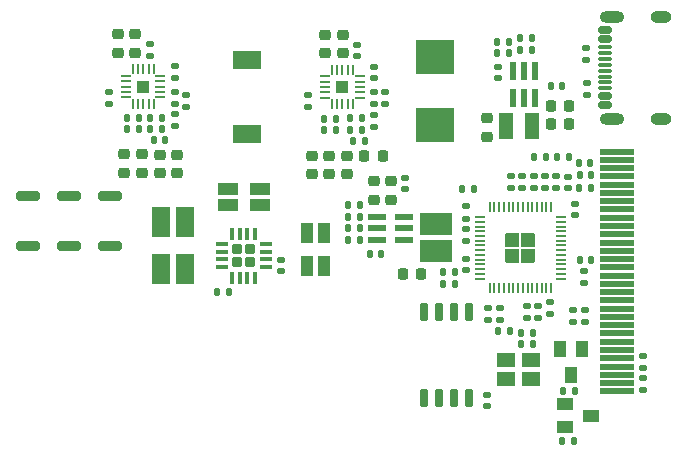
<source format=gbr>
%TF.GenerationSoftware,KiCad,Pcbnew,8.99.0-3334-g98ae574c78*%
%TF.CreationDate,2024-12-15T17:17:25-05:00*%
%TF.ProjectId,SmartPowerBoard,536d6172-7450-46f7-9765-72426f617264,rev?*%
%TF.SameCoordinates,Original*%
%TF.FileFunction,Paste,Top*%
%TF.FilePolarity,Positive*%
%FSLAX46Y46*%
G04 Gerber Fmt 4.6, Leading zero omitted, Abs format (unit mm)*
G04 Created by KiCad (PCBNEW 8.99.0-3334-g98ae574c78) date 2024-12-15 17:17:25*
%MOMM*%
%LPD*%
G01*
G04 APERTURE LIST*
G04 Aperture macros list*
%AMRoundRect*
0 Rectangle with rounded corners*
0 $1 Rounding radius*
0 $2 $3 $4 $5 $6 $7 $8 $9 X,Y pos of 4 corners*
0 Add a 4 corners polygon primitive as box body*
4,1,4,$2,$3,$4,$5,$6,$7,$8,$9,$2,$3,0*
0 Add four circle primitives for the rounded corners*
1,1,$1+$1,$2,$3*
1,1,$1+$1,$4,$5*
1,1,$1+$1,$6,$7*
1,1,$1+$1,$8,$9*
0 Add four rect primitives between the rounded corners*
20,1,$1+$1,$2,$3,$4,$5,0*
20,1,$1+$1,$4,$5,$6,$7,0*
20,1,$1+$1,$6,$7,$8,$9,0*
20,1,$1+$1,$8,$9,$2,$3,0*%
%AMFreePoly0*
4,1,19,0.563745,0.600348,0.608674,0.548497,0.619677,0.497915,0.619677,-0.497915,0.600348,-0.563745,0.548497,-0.608674,0.497915,-0.619677,-0.497915,-0.619677,-0.563745,-0.600348,-0.608674,-0.548497,-0.619677,-0.497915,-0.619677,0.397045,-0.600348,0.462875,-0.584014,0.483144,-0.483144,0.584014,-0.422927,0.616894,-0.397045,0.619677,0.497915,0.619677,0.563745,0.600348,0.563745,0.600348,
$1*%
%AMFreePoly1*
4,1,19,0.563745,0.600348,0.608674,0.548497,0.619677,0.497915,0.619677,-0.497915,0.600348,-0.563745,0.548497,-0.608674,0.497915,-0.619677,-0.397045,-0.619677,-0.462875,-0.600348,-0.483144,-0.584014,-0.584014,-0.483144,-0.616894,-0.422927,-0.619677,-0.397045,-0.619677,0.497915,-0.600348,0.563745,-0.548497,0.608674,-0.497915,0.619677,0.497915,0.619677,0.563745,0.600348,0.563745,0.600348,
$1*%
%AMFreePoly2*
4,1,19,0.462875,0.600348,0.483144,0.584014,0.584014,0.483144,0.616894,0.422927,0.619677,0.397045,0.619677,-0.497915,0.600348,-0.563745,0.548497,-0.608674,0.497915,-0.619677,-0.497915,-0.619677,-0.563745,-0.600348,-0.608674,-0.548497,-0.619677,-0.497915,-0.619677,0.497915,-0.600348,0.563745,-0.548497,0.608674,-0.497915,0.619677,0.397045,0.619677,0.462875,0.600348,0.462875,0.600348,
$1*%
%AMFreePoly3*
4,1,19,0.563745,0.600348,0.608674,0.548497,0.619677,0.497915,0.619677,-0.397045,0.600348,-0.462875,0.584014,-0.483144,0.483144,-0.584014,0.422927,-0.616894,0.397045,-0.619677,-0.497915,-0.619677,-0.563745,-0.600348,-0.608674,-0.548497,-0.619677,-0.497915,-0.619677,0.497915,-0.600348,0.563745,-0.548497,0.608674,-0.497915,0.619677,0.497915,0.619677,0.563745,0.600348,0.563745,0.600348,
$1*%
G04 Aperture macros list end*
%ADD10RoundRect,0.140000X0.140000X0.170000X-0.140000X0.170000X-0.140000X-0.170000X0.140000X-0.170000X0*%
%ADD11RoundRect,0.135000X-0.185000X0.135000X-0.185000X-0.135000X0.185000X-0.135000X0.185000X0.135000X0*%
%ADD12RoundRect,0.135000X0.135000X0.185000X-0.135000X0.185000X-0.135000X-0.185000X0.135000X-0.185000X0*%
%ADD13RoundRect,0.062500X-0.062500X-0.362500X0.062500X-0.362500X0.062500X0.362500X-0.062500X0.362500X0*%
%ADD14R,0.250000X0.850000*%
%ADD15RoundRect,0.062500X-0.362500X0.062500X-0.362500X-0.062500X0.362500X-0.062500X0.362500X0.062500X0*%
%ADD16R,0.850000X0.250000*%
%ADD17R,1.075000X1.026000*%
%ADD18RoundRect,0.135000X-0.135000X-0.185000X0.135000X-0.185000X0.135000X0.185000X-0.135000X0.185000X0*%
%ADD19RoundRect,0.140000X0.170000X-0.140000X0.170000X0.140000X-0.170000X0.140000X-0.170000X-0.140000X0*%
%ADD20RoundRect,0.140000X-0.140000X-0.170000X0.140000X-0.170000X0.140000X0.170000X-0.140000X0.170000X0*%
%ADD21RoundRect,0.135000X0.185000X-0.135000X0.185000X0.135000X-0.185000X0.135000X-0.185000X-0.135000X0*%
%ADD22R,3.200000X2.850000*%
%ADD23RoundRect,0.140000X-0.170000X0.140000X-0.170000X-0.140000X0.170000X-0.140000X0.170000X0.140000X0*%
%ADD24RoundRect,0.225000X0.250000X-0.225000X0.250000X0.225000X-0.250000X0.225000X-0.250000X-0.225000X0*%
%ADD25RoundRect,0.073750X0.651250X0.221250X-0.651250X0.221250X-0.651250X-0.221250X0.651250X-0.221250X0*%
%ADD26RoundRect,0.212500X-0.212500X-0.212500X0.212500X-0.212500X0.212500X0.212500X-0.212500X0.212500X0*%
%ADD27RoundRect,0.087500X-0.425000X-0.087500X0.425000X-0.087500X0.425000X0.087500X-0.425000X0.087500X0*%
%ADD28RoundRect,0.087500X-0.087500X-0.425000X0.087500X-0.425000X0.087500X0.425000X-0.087500X0.425000X0*%
%ADD29R,3.000000X0.500000*%
%ADD30RoundRect,0.200000X0.800000X-0.200000X0.800000X0.200000X-0.800000X0.200000X-0.800000X-0.200000X0*%
%ADD31RoundRect,0.225000X-0.225000X-0.250000X0.225000X-0.250000X0.225000X0.250000X-0.225000X0.250000X0*%
%ADD32R,1.550000X2.550000*%
%ADD33R,2.400000X1.500000*%
%ADD34R,1.400000X1.000000*%
%ADD35RoundRect,0.225000X0.225000X0.250000X-0.225000X0.250000X-0.225000X-0.250000X0.225000X-0.250000X0*%
%ADD36RoundRect,0.225000X-0.250000X0.225000X-0.250000X-0.225000X0.250000X-0.225000X0.250000X0.225000X0*%
%ADD37R,1.000000X1.400000*%
%ADD38RoundRect,0.073750X0.221250X-0.651250X0.221250X0.651250X-0.221250X0.651250X-0.221250X-0.651250X0*%
%ADD39R,1.500000X1.200000*%
%ADD40FreePoly0,0.000000*%
%ADD41FreePoly1,0.000000*%
%ADD42FreePoly2,0.000000*%
%ADD43FreePoly3,0.000000*%
%ADD44RoundRect,0.050000X-0.387500X-0.050000X0.387500X-0.050000X0.387500X0.050000X-0.387500X0.050000X0*%
%ADD45RoundRect,0.050000X-0.050000X-0.387500X0.050000X-0.387500X0.050000X0.387500X-0.050000X0.387500X0*%
%ADD46R,1.750000X1.100000*%
%ADD47R,2.800000X1.850000*%
%ADD48R,1.160000X2.170000*%
%ADD49RoundRect,0.150000X-0.150000X0.650000X-0.150000X-0.650000X0.150000X-0.650000X0.150000X0.650000X0*%
%ADD50RoundRect,0.150000X0.425000X-0.150000X0.425000X0.150000X-0.425000X0.150000X-0.425000X-0.150000X0*%
%ADD51RoundRect,0.075000X0.500000X-0.075000X0.500000X0.075000X-0.500000X0.075000X-0.500000X-0.075000X0*%
%ADD52O,2.100000X1.000000*%
%ADD53O,1.800000X1.000000*%
%ADD54R,1.100000X1.750000*%
G04 APERTURE END LIST*
D10*
%TO.C,C27*%
X148630000Y-82320000D03*
X147670000Y-82320000D03*
%TD*%
%TO.C,C6*%
X165500000Y-82400000D03*
X164540000Y-82400000D03*
%TD*%
D11*
%TO.C,R10*%
X184298750Y-77447500D03*
X184298750Y-78467500D03*
%TD*%
D12*
%TO.C,R2*%
X163050000Y-81490000D03*
X162030000Y-81490000D03*
%TD*%
D13*
%TO.C,U5*%
X147665000Y-76320000D03*
D14*
X147215000Y-76320000D03*
X146765000Y-76320000D03*
X146315000Y-76320000D03*
D13*
X145865000Y-76320000D03*
D15*
X145315000Y-76870000D03*
D16*
X145315000Y-77320000D03*
X145315000Y-77770000D03*
X145315000Y-78220000D03*
D15*
X145315000Y-78670000D03*
D13*
X145865000Y-79220000D03*
D14*
X146315000Y-79220000D03*
X146765000Y-79220000D03*
X147215000Y-79220000D03*
D13*
X147665000Y-79220000D03*
D15*
X148215000Y-78670000D03*
D16*
X148215000Y-78220000D03*
X148215000Y-77770000D03*
X148215000Y-77320000D03*
D15*
X148215000Y-76870000D03*
D17*
X146765000Y-77770000D03*
%TD*%
D18*
%TO.C,R20*%
X172105000Y-93500000D03*
X173125000Y-93500000D03*
%TD*%
D19*
%TO.C,C24*%
X147375000Y-75160000D03*
X147375000Y-74200000D03*
%TD*%
D20*
%TO.C,C32*%
X181250000Y-77725000D03*
X182210000Y-77725000D03*
%TD*%
D12*
%TO.C,R19*%
X179790000Y-98650000D03*
X178770000Y-98650000D03*
%TD*%
D21*
%TO.C,R26*%
X149415000Y-79240000D03*
X149415000Y-78220000D03*
%TD*%
D10*
%TO.C,C45*%
X166930000Y-91975000D03*
X165970000Y-91975000D03*
%TD*%
D22*
%TO.C,L1*%
X171450000Y-75300000D03*
X171450000Y-81000000D03*
%TD*%
D23*
%TO.C,C36*%
X178875000Y-85365000D03*
X178875000Y-86325000D03*
%TD*%
D24*
%TO.C,C30*%
X146650000Y-85055000D03*
X146650000Y-83505000D03*
%TD*%
D23*
%TO.C,C37*%
X179825000Y-85365000D03*
X179825000Y-86325000D03*
%TD*%
D25*
%TO.C,U8*%
X168835000Y-90725000D03*
X168835000Y-89775000D03*
X168835000Y-88825000D03*
X166525000Y-88825000D03*
X166525000Y-89775000D03*
X166525000Y-90725000D03*
%TD*%
D21*
%TO.C,R34*%
X175975000Y-97525000D03*
X175975000Y-96505000D03*
%TD*%
D24*
%TO.C,C31*%
X145150000Y-85055000D03*
X145150000Y-83505000D03*
%TD*%
D23*
%TO.C,C12*%
X180795000Y-85367500D03*
X180795000Y-86327500D03*
%TD*%
D24*
%TO.C,C28*%
X149650000Y-85080000D03*
X149650000Y-83530000D03*
%TD*%
D18*
%TO.C,R1*%
X162030000Y-80500000D03*
X163050000Y-80500000D03*
%TD*%
D19*
%TO.C,C5*%
X166264663Y-77076885D03*
X166264663Y-76116885D03*
%TD*%
D18*
%TO.C,R33*%
X164065000Y-88775000D03*
X165085000Y-88775000D03*
%TD*%
D26*
%TO.C,U1*%
X154737500Y-91550000D03*
X154737500Y-92600000D03*
X155787500Y-91550000D03*
X155787500Y-92600000D03*
D27*
X153400000Y-91100000D03*
X153400000Y-91750000D03*
X153400000Y-92400000D03*
X153400000Y-93050000D03*
D28*
X154287500Y-93937500D03*
X154937500Y-93937500D03*
X155587500Y-93937500D03*
X156237500Y-93937500D03*
D27*
X157125000Y-93050000D03*
X157125000Y-92400000D03*
X157125000Y-91750000D03*
X157125000Y-91100000D03*
D28*
X156237500Y-90212500D03*
X155587500Y-90212500D03*
X154937500Y-90212500D03*
X154287500Y-90212500D03*
%TD*%
D19*
%TO.C,C52*%
X189075000Y-101585000D03*
X189075000Y-100625000D03*
%TD*%
D24*
%TO.C,C2*%
X163650000Y-74925000D03*
X163650000Y-73375000D03*
%TD*%
D29*
%TO.C,U9*%
X186900000Y-103575000D03*
X186900000Y-102875000D03*
X186900000Y-102175000D03*
X186900000Y-101475000D03*
X186900000Y-100775000D03*
X186900000Y-100075000D03*
X186900000Y-99375000D03*
X186900000Y-98675000D03*
X186900000Y-97975000D03*
X186900000Y-97275000D03*
X186900000Y-96575000D03*
X186900000Y-95875000D03*
X186900000Y-95175000D03*
X186900000Y-94475000D03*
X186900000Y-93775000D03*
X186900000Y-93075000D03*
X186900000Y-92375000D03*
X186900000Y-91675000D03*
X186900000Y-90975000D03*
X186900000Y-90275000D03*
X186900000Y-89575000D03*
X186900000Y-88875000D03*
X186900000Y-88175000D03*
X186900000Y-87475000D03*
X186900000Y-86775000D03*
X186900000Y-86075000D03*
X186900000Y-85375000D03*
X186900000Y-84675000D03*
X186900000Y-83975000D03*
X186900000Y-83275000D03*
%TD*%
D21*
%TO.C,R3*%
X166275000Y-79260000D03*
X166275000Y-78240000D03*
%TD*%
D10*
%TO.C,C34*%
X177780000Y-98500000D03*
X176820000Y-98500000D03*
%TD*%
D21*
%TO.C,R11*%
X184273750Y-75517500D03*
X184273750Y-74497500D03*
%TD*%
D20*
%TO.C,C50*%
X183645000Y-84225000D03*
X184605000Y-84225000D03*
%TD*%
D19*
%TO.C,C12*%
X180220000Y-97337500D03*
X180220000Y-96377500D03*
%TD*%
D30*
%TO.C,SW1*%
X140475000Y-91275000D03*
X140475000Y-87075000D03*
%TD*%
D18*
%TO.C,R12*%
X178650000Y-74645000D03*
X179670000Y-74645000D03*
%TD*%
D31*
%TO.C,C20*%
X181250000Y-79425000D03*
X182800000Y-79425000D03*
%TD*%
D18*
%TO.C,R43*%
X183665000Y-86350000D03*
X184685000Y-86350000D03*
%TD*%
D32*
%TO.C,R14*%
X148260000Y-89230000D03*
X150310000Y-89230000D03*
X150310000Y-93180000D03*
X148260000Y-93180000D03*
%TD*%
D33*
%TO.C,L2*%
X155575000Y-81800000D03*
X155575000Y-75500000D03*
%TD*%
D34*
%TO.C,Q4*%
X182490000Y-104685000D03*
X182490000Y-106585000D03*
X184690000Y-105635000D03*
%TD*%
D31*
%TO.C,C19*%
X181250000Y-80925000D03*
X182800000Y-80925000D03*
%TD*%
D24*
%TO.C,C1*%
X162150000Y-74925000D03*
X162150000Y-73375000D03*
%TD*%
D12*
%TO.C,R21*%
X173125000Y-94475000D03*
X172105000Y-94475000D03*
%TD*%
D20*
%TO.C,C49*%
X183720000Y-85225000D03*
X184680000Y-85225000D03*
%TD*%
D21*
%TO.C,R4*%
X166275000Y-81170000D03*
X166275000Y-80150000D03*
%TD*%
D11*
%TO.C,R37*%
X174050000Y-87925000D03*
X174050000Y-88945000D03*
%TD*%
D19*
%TO.C,C17*%
X176785000Y-77085000D03*
X176785000Y-76125000D03*
%TD*%
D23*
%TO.C,C14*%
X181750000Y-85370000D03*
X181750000Y-86330000D03*
%TD*%
D35*
%TO.C,C46*%
X170300000Y-93650000D03*
X168750000Y-93650000D03*
%TD*%
D36*
%TO.C,C43*%
X167750000Y-85800000D03*
X167750000Y-87350000D03*
%TD*%
D10*
%TO.C,C33*%
X179738750Y-99600000D03*
X178778750Y-99600000D03*
%TD*%
D37*
%TO.C,Q1*%
X183915000Y-100015000D03*
X182015000Y-100015000D03*
X182965000Y-102215000D03*
%TD*%
D24*
%TO.C,C22*%
X146100000Y-74900000D03*
X146100000Y-73350000D03*
%TD*%
D21*
%TO.C,R35*%
X176975000Y-97525000D03*
X176975000Y-96505000D03*
%TD*%
D18*
%TO.C,R31*%
X164065000Y-89750000D03*
X165085000Y-89750000D03*
%TD*%
D38*
%TO.C,U2*%
X178075000Y-78775000D03*
X179025000Y-78775000D03*
X179975000Y-78775000D03*
X179975000Y-76465000D03*
X179025000Y-76465000D03*
X178075000Y-76465000D03*
%TD*%
D24*
%TO.C,C7*%
X164030000Y-85170000D03*
X164030000Y-83620000D03*
%TD*%
D23*
%TO.C,C44*%
X168950000Y-85525000D03*
X168950000Y-86485000D03*
%TD*%
D35*
%TO.C,C8*%
X167030000Y-83645000D03*
X165480000Y-83645000D03*
%TD*%
D23*
%TO.C,C15*%
X183325000Y-87675000D03*
X183325000Y-88635000D03*
%TD*%
D36*
%TO.C,C42*%
X166275000Y-85800000D03*
X166275000Y-87350000D03*
%TD*%
D30*
%TO.C,SW3*%
X137025000Y-91275000D03*
X137025000Y-87075000D03*
%TD*%
D18*
%TO.C,R22*%
X145355000Y-80400000D03*
X146375000Y-80400000D03*
%TD*%
D12*
%TO.C,R17*%
X177760000Y-74935000D03*
X176740000Y-74935000D03*
%TD*%
D24*
%TO.C,C18*%
X175900000Y-82025000D03*
X175900000Y-80475000D03*
%TD*%
D12*
%TO.C,R28*%
X148385000Y-81365000D03*
X147365000Y-81365000D03*
%TD*%
D39*
%TO.C,Y1*%
X177500000Y-102510000D03*
X179600000Y-102510000D03*
X179600000Y-100910000D03*
X177500000Y-100910000D03*
%TD*%
D40*
%TO.C,U6*%
X178025000Y-90750000D03*
D41*
X178025000Y-92100000D03*
D42*
X179375000Y-90750000D03*
D43*
X179375000Y-92100000D03*
D44*
X175262500Y-88825000D03*
X175262500Y-89225000D03*
X175262500Y-89625000D03*
X175262500Y-90025000D03*
X175262500Y-90425000D03*
X175262500Y-90825000D03*
X175262500Y-91225000D03*
X175262500Y-91625000D03*
X175262500Y-92025000D03*
X175262500Y-92425000D03*
X175262500Y-92825000D03*
X175262500Y-93225000D03*
X175262500Y-93625000D03*
X175262500Y-94025000D03*
D45*
X176100000Y-94862500D03*
X176500000Y-94862500D03*
X176900000Y-94862500D03*
X177300000Y-94862500D03*
X177700000Y-94862500D03*
X178100000Y-94862500D03*
X178500000Y-94862500D03*
X178900000Y-94862500D03*
X179300000Y-94862500D03*
X179700000Y-94862500D03*
X180100000Y-94862500D03*
X180500000Y-94862500D03*
X180900000Y-94862500D03*
X181300000Y-94862500D03*
D44*
X182137500Y-94025000D03*
X182137500Y-93625000D03*
X182137500Y-93225000D03*
X182137500Y-92825000D03*
X182137500Y-92425000D03*
X182137500Y-92025000D03*
X182137500Y-91625000D03*
X182137500Y-91225000D03*
X182137500Y-90825000D03*
X182137500Y-90425000D03*
X182137500Y-90025000D03*
X182137500Y-89625000D03*
X182137500Y-89225000D03*
X182137500Y-88825000D03*
D45*
X181300000Y-87987500D03*
X180900000Y-87987500D03*
X180500000Y-87987500D03*
X180100000Y-87987500D03*
X179700000Y-87987500D03*
X179300000Y-87987500D03*
X178900000Y-87987500D03*
X178500000Y-87987500D03*
X178100000Y-87987500D03*
X177700000Y-87987500D03*
X177300000Y-87987500D03*
X176900000Y-87987500D03*
X176500000Y-87987500D03*
X176100000Y-87987500D03*
%TD*%
D18*
%TO.C,R16*%
X176740000Y-73960000D03*
X177760000Y-73960000D03*
%TD*%
D19*
%TO.C,C40*%
X174075000Y-93335000D03*
X174075000Y-92375000D03*
%TD*%
D21*
%TO.C,R39*%
X181170000Y-97035000D03*
X181170000Y-96015000D03*
%TD*%
D12*
%TO.C,R40*%
X180868750Y-83772500D03*
X179848750Y-83772500D03*
%TD*%
D46*
%TO.C,R13*%
X156687500Y-86425000D03*
X156687500Y-87825000D03*
X153937500Y-87825000D03*
X153937500Y-86425000D03*
%TD*%
D19*
%TO.C,C26*%
X150395000Y-79480000D03*
X150395000Y-78520000D03*
%TD*%
D24*
%TO.C,C29*%
X148150000Y-85080000D03*
X148150000Y-83530000D03*
%TD*%
D18*
%TO.C,R29*%
X147365000Y-80400000D03*
X148385000Y-80400000D03*
%TD*%
D20*
%TO.C,C13*%
X173795000Y-86475000D03*
X174755000Y-86475000D03*
%TD*%
D47*
%TO.C,L4*%
X171550000Y-89425000D03*
X171550000Y-91725000D03*
%TD*%
D18*
%TO.C,R7*%
X164305000Y-80450000D03*
X165325000Y-80450000D03*
%TD*%
D21*
%TO.C,R38*%
X174050000Y-90845000D03*
X174050000Y-89825000D03*
%TD*%
D12*
%TO.C,R36*%
X165085000Y-87800000D03*
X164065000Y-87800000D03*
%TD*%
D11*
%TO.C,R27*%
X143850000Y-78200000D03*
X143850000Y-79220000D03*
%TD*%
D19*
%TO.C,C47*%
X183190000Y-97690000D03*
X183190000Y-96730000D03*
%TD*%
D11*
%TO.C,R5*%
X160740000Y-78500000D03*
X160740000Y-79520000D03*
%TD*%
D48*
%TO.C,L3*%
X179675000Y-81100000D03*
X177469000Y-81100000D03*
%TD*%
D18*
%TO.C,R42*%
X182280000Y-103515000D03*
X183300000Y-103515000D03*
%TD*%
D19*
%TO.C,C35*%
X175850000Y-104825000D03*
X175850000Y-103865000D03*
%TD*%
D23*
%TO.C,R8*%
X158387500Y-92415000D03*
X158387500Y-93375000D03*
%TD*%
D19*
%TO.C,C48*%
X184140000Y-97690000D03*
X184140000Y-96730000D03*
%TD*%
D12*
%TO.C,R9*%
X179670000Y-73670000D03*
X178650000Y-73670000D03*
%TD*%
D30*
%TO.C,SW2*%
X143925000Y-91275000D03*
X143925000Y-87075000D03*
%TD*%
D12*
%TO.C,R24*%
X146375000Y-81390000D03*
X145355000Y-81390000D03*
%TD*%
D13*
%TO.C,U4*%
X164534663Y-76356885D03*
D14*
X164084663Y-76356885D03*
X163634663Y-76356885D03*
X163184663Y-76356885D03*
D13*
X162734663Y-76356885D03*
D15*
X162184663Y-76906885D03*
D16*
X162184663Y-77356885D03*
X162184663Y-77806885D03*
X162184663Y-78256885D03*
D15*
X162184663Y-78706885D03*
D13*
X162734663Y-79256885D03*
D14*
X163184663Y-79256885D03*
X163634663Y-79256885D03*
X164084663Y-79256885D03*
D13*
X164534663Y-79256885D03*
D15*
X165084663Y-78706885D03*
D16*
X165084663Y-78256885D03*
X165084663Y-77806885D03*
X165084663Y-77356885D03*
D15*
X165084663Y-76906885D03*
D17*
X163634663Y-77806885D03*
%TD*%
D49*
%TO.C,U7*%
X174350000Y-96900000D03*
X173080000Y-96900000D03*
X171810000Y-96900000D03*
X170540000Y-96900000D03*
X170540000Y-104100000D03*
X171810000Y-104100000D03*
X173080000Y-104100000D03*
X174350000Y-104100000D03*
%TD*%
D50*
%TO.C,J2*%
X185873750Y-79372500D03*
X185873750Y-78572500D03*
D51*
X185873750Y-77422500D03*
X185873750Y-76422500D03*
X185873750Y-75922500D03*
X185873750Y-74922500D03*
D50*
X185873750Y-73772500D03*
X185873750Y-72972500D03*
X185873750Y-72972500D03*
X185873750Y-73772500D03*
D51*
X185873750Y-74422500D03*
X185873750Y-75422500D03*
X185873750Y-76922500D03*
X185873750Y-77922500D03*
D50*
X185873750Y-78572500D03*
X185873750Y-79372500D03*
D52*
X186448750Y-80492500D03*
D53*
X190628750Y-80492500D03*
D52*
X186448750Y-71852500D03*
D53*
X190628750Y-71852500D03*
%TD*%
D19*
%TO.C,C38*%
X179250000Y-97335000D03*
X179250000Y-96375000D03*
%TD*%
D10*
%TO.C,C21*%
X153992500Y-95200000D03*
X153032500Y-95200000D03*
%TD*%
D19*
%TO.C,C51*%
X189075000Y-103435000D03*
X189075000Y-102475000D03*
%TD*%
D11*
%TO.C,R18*%
X184100000Y-93365000D03*
X184100000Y-94385000D03*
%TD*%
D12*
%TO.C,R6*%
X165325000Y-81440000D03*
X164305000Y-81440000D03*
%TD*%
D23*
%TO.C,C11*%
X177925000Y-85365000D03*
X177925000Y-86325000D03*
%TD*%
D18*
%TO.C,R44*%
X182205000Y-107810000D03*
X183225000Y-107810000D03*
%TD*%
D24*
%TO.C,C23*%
X144600000Y-74900000D03*
X144600000Y-73350000D03*
%TD*%
D21*
%TO.C,R25*%
X149415000Y-81150000D03*
X149415000Y-80130000D03*
%TD*%
D19*
%TO.C,C4*%
X167255000Y-79210000D03*
X167255000Y-78250000D03*
%TD*%
%TO.C,C25*%
X149425000Y-77030000D03*
X149425000Y-76070000D03*
%TD*%
D24*
%TO.C,C9*%
X162530000Y-85170000D03*
X162530000Y-83620000D03*
%TD*%
D19*
%TO.C,C3*%
X164875000Y-75205000D03*
X164875000Y-74245000D03*
%TD*%
D10*
%TO.C,C39*%
X184675000Y-92425000D03*
X183715000Y-92425000D03*
%TD*%
D12*
%TO.C,R32*%
X165085000Y-90725000D03*
X164065000Y-90725000D03*
%TD*%
D24*
%TO.C,C10*%
X161030000Y-85170000D03*
X161030000Y-83620000D03*
%TD*%
D12*
%TO.C,R41*%
X182783750Y-83757500D03*
X181763750Y-83757500D03*
%TD*%
D54*
%TO.C,R15*%
X162062500Y-92925000D03*
X160662500Y-92925000D03*
X160662500Y-90175000D03*
X162062500Y-90175000D03*
%TD*%
D23*
%TO.C,C16*%
X182725000Y-85395000D03*
X182725000Y-86355000D03*
%TD*%
M02*

</source>
